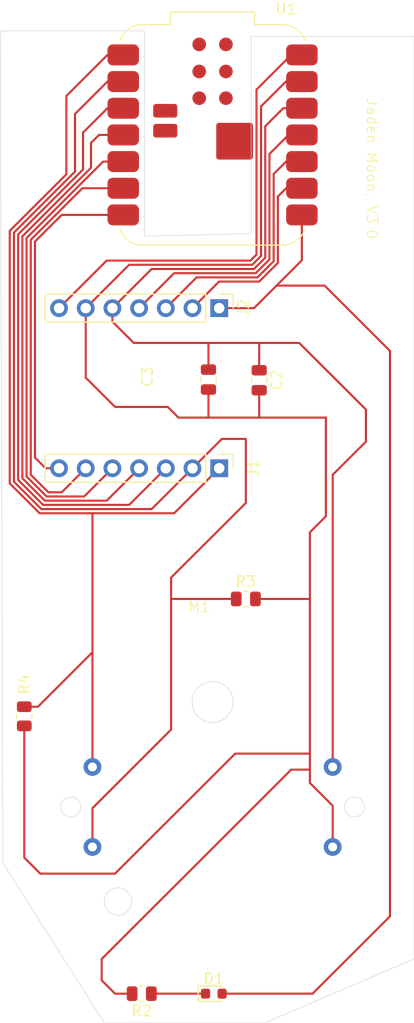
<source format=kicad_pcb>
(kicad_pcb (version 20240108) (generator "pcbnew") (generator_version "8.0")
  (title_block (title "pLUFs PCB") (date "2/28/25") (rev "3"))
  (layers (0 "F.Cu" signal) (31 "B.Cu" signal) (34 "B.Paste" user) (35 "F.Paste" user) (36 "B.SilkS" user "B.Silkscreen") (37 "F.SilkS" user "F.Silkscreen") (38 "B.Mask" user) (39 "F.Mask" user) (44 "Edge.Cuts" user))
  (net 0 "")
  (net 1 "Net-(D1-K)")
  (net 2 "Net-(D1-A)")
  (net 3 "Net-(J1-Pin_2)")
  (net 4 "Net-(J1-Pin_1)")
  (net 5 "Net-(J1-Pin_6)")
  (net 6 "Net-(J1-Pin_7)")
  (net 7 "Net-(J1-Pin_5)")
  (net 8 "Net-(J2-Pin_5)")
  (net 9 "Net-(J2-Pin_4)")
  (net 10 "Net-(J2-Pin_3)")
  (net 11 "Net-(J2-Pin_6)")
  (net 12 "Net-(J2-Pin_2)")
  (net 13 "Net-(J2-Pin_7)")
  (net 14 "Net-(J1-Pin_4)")
  (net 15 "Net-(U1-CHIP_EN)")
  (net 16 "Net-(J1-Pin_3)")
  (net 24 "Net-(J2-Pin_1)")
  (footprint "Resistor_SMD:R_0805_2012Metric" (layer "F.Cu") (at 110.49 97.282)
    (property "Reference" "R3" (at 0 -1.65 0) (layer "F.SilkS"))
    (property "Value" "10kΩ")
    (fp_line (start -0.227064 -0.735) (end 0.227064 -0.735) (stroke (width 0.12)) (layer "F.SilkS"))
    (fp_line (start -0.227064 0.735) (end 0.227064 0.735) (stroke (width 0.12)) (layer "F.SilkS"))
    (pad "1" smd roundrect (at -0.9125 0) (size 1.025 1.4) (layers "F.Cu" "F.Paste" "F.Mask") (roundrect_rratio 0.243902) (net 3 "Net-(J1-Pin_2)"))
    (pad "2" smd roundrect (at 0.9125 0) (size 1.025 1.4) (layers "F.Cu" "F.Paste" "F.Mask") (roundrect_rratio 0.243902) (net 11 "Net-(J2-Pin_6)"))
  )
  (footprint "Capacitor_SMD:C_0805_2012Metric" (layer "F.Cu") (at 111.76 76.454 -90)
    (property "Reference" "C2" (at 0 -1.68 90) (layer "F.SilkS"))
    (property "Value" "0.1μF")
    (fp_line (start -0.261252 0.735) (end 0.261252 0.735) (stroke (width 0.12)) (layer "F.SilkS"))
    (fp_line (start -0.261252 -0.735) (end 0.261252 -0.735) (stroke (width 0.12)) (layer "F.SilkS"))
    (pad "1" smd roundrect (at -0.95 0 270) (size 1 1.45) (layers "F.Cu" "F.Paste" "F.Mask") (net 8 "Net-(J2-Pin_5)"))
    (pad "2" smd roundrect (at 0.95 0 270) (size 1 1.45) (layers "F.Cu" "F.Paste" "F.Mask") (net 11 "Net-(J2-Pin_6)"))
  )
  (footprint "Resistor_SMD:R_0805_2012Metric" (layer "F.Cu") (at 89.408 108.458 90)
    (property "Reference" "R4" (at 3.048 0 90) (layer "F.SilkS"))
    (property "Value" "10kΩ")
    (fp_line (start -0.227064 -0.735) (end 0.227064 -0.735) (stroke (width 0.12)) (layer "F.SilkS"))
    (fp_line (start -0.227064 0.735) (end 0.227064 0.735) (stroke (width 0.12)) (layer "F.SilkS"))
    (pad "1" smd roundrect (at -0.9125 0 90) (size 1.025 1.4) (layers "F.Cu" "F.Paste" "F.Mask") (roundrect_rratio 0.243902) (net 11 "Net-(J2-Pin_6)"))
    (pad "2" smd roundrect (at 0.9125 0 90) (size 1.025 1.4) (layers "F.Cu" "F.Paste" "F.Mask") (roundrect_rratio 0.243902) (net 4 "Net-(J1-Pin_1)"))
  )
  (footprint "Stepper Footprint:x27_stepper" (layer "F.Cu") (at 109.864 127.254)
    (property "Reference" "M1" (at -3.81 -29.21 0) (layer "F.SilkS") (effects (font (thickness 0.1))))
    (property "Value" "Stepper_Motor_bipolar" (hide yes))
    (fp_circle (center -16.04 -10.16) (end -15.09 -10.16) (stroke (width 0.05)) (fill none) (layer "Edge.Cuts"))
    (fp_circle (center -11.54 -1.16) (end -10.24 -1.16) (stroke (width 0.05)) (fill none) (layer "Edge.Cuts"))
    (fp_circle (center -2.54 -20.16) (end -0.59 -20.16) (stroke (width 0.05)) (fill none) (layer "Edge.Cuts"))
    (fp_circle (center 10.96 -10.16) (end 11.91 -10.16) (stroke (width 0.05)) (fill none) (layer "Edge.Cuts"))
    (pad "1" thru_hole circle (at 8.89 -13.97) (size 1.7 1.7) (drill 0.85) (layers "*.Cu" "*.Mask") (net 8 "Net-(J2-Pin_5)"))
    (pad "2" thru_hole circle (at 8.89 -6.35) (size 1.7 1.7) (drill 0.85) (layers "*.Cu" "*.Mask") (net 11 "Net-(J2-Pin_6)"))
    (pad "3" thru_hole circle (at -13.97 -6.35) (size 1.7 1.7) (drill 0.85) (layers "*.Cu" "*.Mask") (net 3 "Net-(J1-Pin_2)"))
    (pad "4" thru_hole circle (at -13.97 -13.97) (size 1.7 1.7) (drill 0.85) (layers "*.Cu" "*.Mask") (net 4 "Net-(J1-Pin_1)"))
  )
  (footprint "Connector_PinHeader_2.54mm:PinHeader_1x07_P2.54mm_Vertical" (layer "F.Cu") (at 107.955 69.586 -90)
    (property "Reference" "J2" (at 0 -2.33 90) (layer "F.SilkS"))
    (property "Value" "Circular Display Pins (top)" (hide yes))
    (fp_line (start -1.33 16.57) (end 1.33 16.57) (stroke (width 0.12)) (layer "F.SilkS"))
    (fp_line (start -1.33 1.27) (end -1.33 16.57) (stroke (width 0.12)) (layer "F.SilkS"))
    (fp_line (start -1.33 1.27) (end 1.33 1.27) (stroke (width 0.12)) (layer "F.SilkS"))
    (fp_line (start 1.33 1.27) (end 1.33 16.57) (stroke (width 0.12)) (layer "F.SilkS"))
    (fp_line (start -1.33 0) (end -1.33 -1.33) (stroke (width 0.12)) (layer "F.SilkS"))
    (fp_line (start -1.33 -1.33) (end 0 -1.33) (stroke (width 0.12)) (layer "F.SilkS"))
    (pad "1" thru_hole rect (at 0 0 270) (size 1.7 1.7) (drill 1) (layers "*.Cu" "*.Mask") (net 2 "Net-(D1-A)"))
    (pad "2" thru_hole oval (at 0 2.54 270) (size 1.7 1.7) (drill 1) (layers "*.Cu" "*.Mask") (net 12 "Net-(J2-Pin_2)"))
    (pad "3" thru_hole oval (at 0 5.08 270) (size 1.7 1.7) (drill 1) (layers "*.Cu" "*.Mask") (net 10 "Net-(J2-Pin_3)"))
    (pad "4" thru_hole oval (at 0 7.62 270) (size 1.7 1.7) (drill 1) (layers "*.Cu" "*.Mask") (net 9 "Net-(J2-Pin_4)"))
    (pad "5" thru_hole oval (at 0 10.16 270) (size 1.7 1.7) (drill 1) (layers "*.Cu" "*.Mask") (net 8 "Net-(J2-Pin_5)"))
    (pad "6" thru_hole oval (at 0 12.7 270) (size 1.7 1.7) (drill 1) (layers "*.Cu" "*.Mask") (net 11 "Net-(J2-Pin_6)"))
    (pad "7" thru_hole oval (at 0 15.24 270) (size 1.7 1.7) (drill 1) (layers "*.Cu" "*.Mask") (net 13 "Net-(J2-Pin_7)"))
  )
  (footprint "LED_SMD:LED_0603_1608Metric" (layer "F.Cu") (at 107.442 134.874)
    (property "Reference" "D1" (at 0 -1.43 0) (layer "F.SilkS"))
    (property "Value" "LED")
    (fp_line (start -1.485 -0.735) (end -1.485 0.735) (stroke (width 0.12)) (layer "F.SilkS"))
    (fp_line (start -1.485 0.735) (end 0.8 0.735) (stroke (width 0.12)) (layer "F.SilkS"))
    (fp_line (start 0.8 -0.735) (end -1.485 -0.735) (stroke (width 0.12)) (layer "F.SilkS"))
    (pad "1" smd roundrect (at -0.7875 0) (size 0.875 0.95) (layers "F.Cu" "F.Paste" "F.Mask") (net 1 "Net-(D1-K)"))
    (pad "2" smd roundrect (at 0.7875 0) (size 0.875 0.95) (layers "F.Cu" "F.Paste" "F.Mask") (net 2 "Net-(D1-A)"))
  )
  (footprint "Capacitor_SMD:C_0805_2012Metric" (layer "F.Cu") (at 106.934 76.388 -90)
    (property "Reference" "C3" (at -0.261252 5.815 90) (layer "F.SilkS"))
    (property "Value" "10μF")
    (fp_line (start -0.261252 0.735) (end 0.261252 0.735) (stroke (width 0.12)) (layer "F.SilkS"))
    (fp_line (start -0.261252 -0.735) (end 0.261252 -0.735) (stroke (width 0.12)) (layer "F.SilkS"))
    (pad "1" smd roundrect (at -0.95 0 270) (size 1 1.45) (layers "F.Cu" "F.Paste" "F.Mask") (net 8 "Net-(J2-Pin_5)"))
    (pad "2" smd roundrect (at 0.95 0 270) (size 1 1.45) (layers "F.Cu" "F.Paste" "F.Mask") (net 11 "Net-(J2-Pin_6)"))
  )
  (footprint "RF_Module:MCU_Seeed_ESP32C3" (layer "F.Cu") (at 107.324 53.086)
    (property "Reference" "U1" (at 7 -12 0) (layer "F.SilkS"))
    (property "Value" "XIAO-ESP32-C3-SMD")
    (fp_line (start -6.7 10.5) (end 6.7 10.5) (stroke (width 0.12)) (layer "F.SilkS"))
    (fp_line (start -4 -11.7) (end 4 -11.7) (stroke (width 0.12)) (layer "F.SilkS"))
    (fp_line (start -4 -10.5) (end -6.6 -10.5) (stroke (width 0.12)) (layer "F.SilkS"))
    (fp_line (start -4 -10.5) (end -4 -11.7) (stroke (width 0.12)) (layer "F.SilkS"))
    (fp_line (start 4 -11.7) (end 4 -10.5) (stroke (width 0.12)) (layer "F.SilkS"))
    (fp_line (start 6.6 -10.5) (end 4 -10.5) (stroke (width 0.12)) (layer "F.SilkS"))
    (fp_arc (start -8.812892 -9.00468) (mid -7.949609 -10.111769) (end -6.600468 -10.499999) (stroke (width 0.12)) (layer "F.SilkS"))
    (fp_arc (start -6.7 10.5) (mid -7.977232 10.068125) (end -8.8 9) (stroke (width 0.12)) (layer "F.SilkS"))
    (fp_arc (start 6.6 -10.499999) (mid 7.944325 -10.107115) (end 8.804034 -9.001464) (stroke (width 0.12)) (layer "F.SilkS"))
    (fp_arc (start 8.8 9) (mid 7.977233 10.068126) (end 6.7 10.5) (stroke (width 0.12)) (layer "F.SilkS"))
    (pad "1" smd roundrect (at -8.5 -7.62) (size 3 2) (layers "F.Cu" "F.Paste" "F.Mask") (net 4 "Net-(J1-Pin_1)"))
    (pad "2" smd roundrect (at -8.5 -5.08) (size 3 2) (layers "F.Cu" "F.Paste" "F.Mask") (net 3 "Net-(J1-Pin_2)"))
    (pad "3" smd roundrect (at -8.5 -2.54) (size 3 2) (layers "F.Cu" "F.Paste" "F.Mask") (net 2 "Net-(D1-A)"))
    (pad "4" smd roundrect (at -8.5 0) (size 3 2) (layers "F.Cu" "F.Paste" "F.Mask") (net 14 "Net-(J1-Pin_4)"))
    (pad "5" smd roundrect (at -8.5 2.54) (size 3 2) (layers "F.Cu" "F.Paste" "F.Mask") (net 7 "Net-(J1-Pin_5)"))
    (pad "6" smd roundrect (at -8.5 5.08) (size 3 2) (layers "F.Cu" "F.Paste" "F.Mask") (net 5 "Net-(J1-Pin_6)"))
    (pad "7" smd roundrect (at -8.5 7.62) (size 3 2) (layers "F.Cu" "F.Paste" "F.Mask") (net 6 "Net-(J1-Pin_7)"))
    (pad "8" smd roundrect (at 8.5 7.62) (size 3 2) (layers "F.Cu" "F.Paste" "F.Mask") (net 24 "Net-(J2-Pin_1)"))
    (pad "9" smd roundrect (at 8.5 5.08) (size 3 2) (layers "F.Cu" "F.Paste" "F.Mask") (net 12 "Net-(J2-Pin_2)"))
    (pad "10" smd roundrect (at 8.5 2.54) (size 3 2) (layers "F.Cu" "F.Paste" "F.Mask") (net 10 "Net-(J2-Pin_3)"))
    (pad "11" smd roundrect (at 8.5 0) (size 3 2) (layers "F.Cu" "F.Paste" "F.Mask") (net 9 "Net-(J2-Pin_4)"))
    (pad "12" smd roundrect (at 8.5 -2.54) (size 3 2) (layers "F.Cu" "F.Paste" "F.Mask") (net 8 "Net-(J2-Pin_5)"))
    (pad "13" smd roundrect (at 8.5 -5.08) (size 3 2) (layers "F.Cu" "F.Paste" "F.Mask") (net 11 "Net-(J2-Pin_6)"))
    (pad "14" smd roundrect (at 8.5 -7.62) (size 3 2) (layers "F.Cu" "F.Paste" "F.Mask") (net 13 "Net-(J2-Pin_7)"))
    (pad "15" smd roundrect (at 2.1 0.6) (size 3.5 3.5) (property pad_prop_heatsink) (layers "F.Cu" "F.Mask") (roundrect_rratio 0.07142857143))
    (pad "16" smd roundrect (at -4.5 -0.4) (size 2.3 1.3) (layers "F.Cu" "F.Paste" "F.Mask") (roundrect_rratio 0.1923076923))
    (pad "17" smd roundrect (at -4.5 -2.3) (size 2.3 1.3) (layers "F.Cu" "F.Paste" "F.Mask") (roundrect_rratio 0.1923076923))
    (pad "18" smd circle (at -1.27 -8.62) (size 1.3 1.3) (layers "F.Cu" "F.Paste" "F.Mask"))
    (pad "19" smd circle (at -1.27 -6.04) (size 1.3 1.3) (layers "F.Cu" "F.Paste" "F.Mask") (net 15 "Net-(U1-CHIP_EN)"))
    (pad "20" smd circle (at -1.27 -3.5) (size 1.3 1.3) (layers "F.Cu" "F.Paste" "F.Mask"))
    (pad "21" smd circle (at 1.27 -3.5) (size 1.3 1.3) (layers "F.Cu" "F.Paste" "F.Mask"))
    (pad "22" smd circle (at 1.27 -6.04) (size 1.3 1.3) (layers "F.Cu" "F.Paste" "F.Mask"))
    (pad "23" smd circle (at 1.27 -8.62) (size 1.3 1.3) (layers "F.Cu" "F.Paste" "F.Mask"))
  )
  (footprint "Connector_PinHeader_2.54mm:PinHeader_1x07_P2.54mm_Vertical" (layer "F.Cu") (at 107.955 84.836 -90)
    (property "Reference" "J1" (at 0 -3.275 90) (layer "F.SilkS"))
    (property "Value" "Circular Display Pins (bottom)" (hide yes))
    (fp_line (start -1.33 16.57) (end 1.33 16.57) (stroke (width 0.12)) (layer "F.SilkS"))
    (fp_line (start -1.33 1.27) (end -1.33 16.57) (stroke (width 0.12)) (layer "F.SilkS"))
    (fp_line (start -1.33 1.27) (end 1.33 1.27) (stroke (width 0.12)) (layer "F.SilkS"))
    (fp_line (start 1.33 1.27) (end 1.33 16.57) (stroke (width 0.12)) (layer "F.SilkS"))
    (fp_line (start -1.33 0) (end -1.33 -1.33) (stroke (width 0.12)) (layer "F.SilkS"))
    (fp_line (start -1.33 -1.33) (end 0 -1.33) (stroke (width 0.12)) (layer "F.SilkS"))
    (pad "1" thru_hole rect (at 0 0 270) (size 1.7 1.7) (drill 1) (layers "*.Cu" "*.Mask") (net 4 "Net-(J1-Pin_1)"))
    (pad "2" thru_hole oval (at 0 2.54 270) (size 1.7 1.7) (drill 1) (layers "*.Cu" "*.Mask") (net 3 "Net-(J1-Pin_2)"))
    (pad "3" thru_hole oval (at 0 5.08 270) (size 1.7 1.7) (drill 1) (layers "*.Cu" "*.Mask") (net 16 "Net-(J1-Pin_3)"))
    (pad "4" thru_hole oval (at 0 7.62 270) (size 1.7 1.7) (drill 1) (layers "*.Cu" "*.Mask") (net 14 "Net-(J1-Pin_4)"))
    (pad "5" thru_hole oval (at 0 10.16 270) (size 1.7 1.7) (drill 1) (layers "*.Cu" "*.Mask") (net 7 "Net-(J1-Pin_5)"))
    (pad "6" thru_hole oval (at 0 12.7 270) (size 1.7 1.7) (drill 1) (layers "*.Cu" "*.Mask") (net 5 "Net-(J1-Pin_6)"))
    (pad "7" thru_hole oval (at 0 15.24 270) (size 1.7 1.7) (drill 1) (layers "*.Cu" "*.Mask") (net 6 "Net-(J1-Pin_7)"))
  )
  (footprint "Resistor_SMD:R_0805_2012Metric" (layer "F.Cu") (at 100.584 134.874 180)
    (property "Reference" "R2" (at 0 -1.65 0) (layer "F.SilkS"))
    (property "Value" "R85")
    (fp_line (start -0.227064 0.735) (end 0.227064 0.735) (stroke (width 0.12)) (layer "F.SilkS"))
    (fp_line (start -0.227064 -0.735) (end 0.227064 -0.735) (stroke (width 0.12)) (layer "F.SilkS"))
    (pad "1" smd roundrect (at -0.9125 0 180) (size 1.025 1.4) (layers "F.Cu" "F.Paste" "F.Mask") (roundrect_rratio 0.243902) (net 1 "Net-(D1-K)"))
    (pad "2" smd roundrect (at 0.9125 0 180) (size 1.025 1.4) (layers "F.Cu" "F.Paste" "F.Mask") (roundrect_rratio 0.243902) (net 11 "Net-(J2-Pin_6)"))
  )
  (gr_poly (pts (xy 100.838 62.738) (xy 100.838 43.18) (xy 87.122 43.18) (xy 87.376 122.428) (xy 97.028 137.668) (xy 112.268 137.668) (xy 126.492 131.572) (xy 126.492 43.688) (xy 110.998 43.688) (xy 110.998 62.484)) (stroke (width 0.05)) (fill none) (layer "Edge.Cuts"))
  (gr_text "Jaden Moon; V3.0" (at 121.92 49.53 -90) (layer "F.SilkS") (effects (font (size 1 1) (thickness 0.1)) (justify left bottom)))
  (segment (start 106.6545 134.874) (end 101.4965 134.874) (width 0.2) (layer "F.Cu") (net 1))
  (segment (start 117.983 67.437) (end 113.411 67.437) (width 0.2) (layer "F.Cu") (net 2))
  (segment (start 124.206 73.66) (end 117.983 67.437) (width 0.2) (layer "F.Cu") (net 2))
  (segment (start 115.824 60.706) (end 115.824 65.024) (width 0.2) (layer "F.Cu") (net 2))
  (segment (start 108.2295 134.874) (end 116.84 134.874) (width 0.2) (layer "F.Cu") (net 2))
  (segment (start 116.84 134.874) (end 124.206 127.508) (width 0.2) (layer "F.Cu") (net 2))
  (segment (start 113.411 67.437) (end 111.262 69.586) (width 0.2) (layer "F.Cu") (net 2))
  (segment (start 115.824 65.024) (end 113.411 67.437) (width 0.2) (layer "F.Cu") (net 2))
  (segment (start 111.262 69.586) (end 107.955 69.586) (width 0.2) (layer "F.Cu") (net 2))
  (segment (start 124.206 127.508) (end 124.206 73.66) (width 0.2) (layer "F.Cu") (net 2))
  (segment (start 88.424 62.394314) (end 88.424 86.114744) (width 0.2) (layer "F.Cu") (net 3))
  (segment (start 110.49 88.138) (end 110.49 82.042) (width 0.2) (layer "F.Cu") (net 3))
  (segment (start 103.378 97.282) (end 103.378 95.25) (width 0.2) (layer "F.Cu") (net 3))
  (segment (start 109.5775 97.282) (end 103.378 97.282) (width 0.2) (layer "F.Cu") (net 3))
  (segment (start 103.378 109.728) (end 103.378 97.282) (width 0.2) (layer "F.Cu") (net 3))
  (segment (start 94.234 56.584314) (end 88.424 62.394314) (width 0.2) (layer "F.Cu") (net 3))
  (segment (start 97.324 48.006) (end 94.234 51.096) (width 0.2) (layer "F.Cu") (net 3))
  (segment (start 103.378 95.25) (end 110.49 88.138) (width 0.2) (layer "F.Cu") (net 3))
  (segment (start 110.49 82.042) (end 108.209 82.042) (width 0.2) (layer "F.Cu") (net 3))
  (segment (start 95.894 120.904) (end 95.894 117.212) (width 0.2) (layer "F.Cu") (net 3))
  (segment (start 91.031256 88.722) (end 101.529 88.722) (width 0.2) (layer "F.Cu") (net 3))
  (segment (start 108.209 82.042) (end 105.415 84.836) (width 0.2) (layer "F.Cu") (net 3))
  (segment (start 101.529 88.722) (end 105.415 84.836) (width 0.2) (layer "F.Cu") (net 3))
  (segment (start 94.234 51.096) (end 94.234 56.584314) (width 0.2) (layer "F.Cu") (net 3))
  (segment (start 98.824 48.006) (end 97.324 48.006) (width 0.2) (layer "F.Cu") (net 3))
  (segment (start 88.424 86.114744) (end 91.031256 88.722) (width 0.2) (layer "F.Cu") (net 3))
  (segment (start 95.894 117.212) (end 103.378 109.728) (width 0.2) (layer "F.Cu") (net 3))
  (segment (start 90.86557 89.122) (end 96.012 89.122) (width 0.2) (layer "F.Cu") (net 4))
  (segment (start 90.7105 107.5455) (end 89.408 107.5455) (width 0.2) (layer "F.Cu") (net 4))
  (segment (start 88.024 62.228628) (end 88.024 86.28043) (width 0.2) (layer "F.Cu") (net 4))
  (segment (start 103.669 89.122) (end 107.955 84.836) (width 0.2) (layer "F.Cu") (net 4))
  (segment (start 95.894 102.362) (end 95.894 89.24) (width 0.2) (layer "F.Cu") (net 4))
  (segment (start 98.824 45.466) (end 97.324 45.466) (width 0.2) (layer "F.Cu") (net 4))
  (segment (start 88.024 86.28043) (end 90.86557 89.122) (width 0.2) (layer "F.Cu") (net 4))
  (segment (start 95.894 89.24) (end 96.012 89.122) (width 0.2) (layer "F.Cu") (net 4))
  (segment (start 96.012 89.122) (end 103.669 89.122) (width 0.2) (layer "F.Cu") (net 4))
  (segment (start 95.894 113.284) (end 95.894 102.362) (width 0.2) (layer "F.Cu") (net 4))
  (segment (start 97.324 45.466) (end 93.414314 49.375686) (width 0.2) (layer "F.Cu") (net 4))
  (segment (start 95.894 102.362) (end 90.7105 107.5455) (width 0.2) (layer "F.Cu") (net 4))
  (segment (start 93.414314 49.375686) (end 93.414314 56.838314) (width 0.2) (layer "F.Cu") (net 4))
  (segment (start 93.414314 56.838314) (end 88.024 62.228628) (width 0.2) (layer "F.Cu") (net 4))
  (segment (start 92.969 87.122) (end 95.255 84.836) (width 0.2) (layer "F.Cu") (net 5))
  (segment (start 91.694 87.122) (end 92.969 87.122) (width 0.2) (layer "F.Cu") (net 5))
  (segment (start 94.938314 58.166) (end 90.024 63.080314) (width 0.2) (layer "F.Cu") (net 5))
  (segment (start 90.024 85.452) (end 91.694 87.122) (width 0.2) (layer "F.Cu") (net 5))
  (segment (start 98.824 58.166) (end 94.938314 58.166) (width 0.2) (layer "F.Cu") (net 5))
  (segment (start 90.024 63.080314) (end 90.024 85.452) (width 0.2) (layer "F.Cu") (net 5))
  (segment (start 92.964 60.706) (end 90.424 63.246) (width 0.2) (layer "F.Cu") (net 6))
  (segment (start 90.424 83.82) (end 91.44 84.836) (width 0.2) (layer "F.Cu") (net 6))
  (segment (start 90.424 63.246) (end 90.424 83.82) (width 0.2) (layer "F.Cu") (net 6))
  (segment (start 91.44 84.836) (end 92.715 84.836) (width 0.2) (layer "F.Cu") (net 6))
  (segment (start 98.824 60.706) (end 92.964 60.706) (width 0.2) (layer "F.Cu") (net 6))
  (segment (start 91.528314 87.522) (end 95.109 87.522) (width 0.2) (layer "F.Cu") (net 7))
  (segment (start 96.912628 55.626) (end 89.624 62.914628) (width 0.2) (layer "F.Cu") (net 7))
  (segment (start 89.624 62.914628) (end 89.624 85.617686) (width 0.2) (layer "F.Cu") (net 7))
  (segment (start 98.824 55.626) (end 96.912628 55.626) (width 0.2) (layer "F.Cu") (net 7))
  (segment (start 89.624 85.617686) (end 91.528314 87.522) (width 0.2) (layer "F.Cu") (net 7))
  (segment (start 95.109 87.522) (end 97.795 84.836) (width 0.2) (layer "F.Cu") (net 7))
  (segment (start 97.795 70.871) (end 99.822 72.898) (width 0.2) (layer "F.Cu") (net 8))
  (segment (start 114.046 50.546) (end 112.338 52.254) (width 0.2) (layer "F.Cu") (net 8))
  (segment (start 106.934 75.438) (end 106.934 72.898) (width 0.2) (layer "F.Cu") (net 8))
  (segment (start 111.76 75.504) (end 111.76 72.898) (width 0.2) (layer "F.Cu") (net 8))
  (segment (start 111.76 72.898) (end 115.57 72.898) (width 0.2) (layer "F.Cu") (net 8))
  (segment (start 111.262942 65.856) (end 101.525 65.856) (width 0.2) (layer "F.Cu") (net 8))
  (segment (start 97.795 69.586) (end 97.795 70.871) (width 0.2) (layer "F.Cu") (net 8))
  (segment (start 115.824 50.546) (end 114.046 50.546) (width 0.2) (layer "F.Cu") (net 8))
  (segment (start 101.525 65.856) (end 97.795 69.586) (width 0.2) (layer "F.Cu") (net 8))
  (segment (start 112.338 64.780942) (end 111.262942 65.856) (width 0.2) (layer "F.Cu") (net 8))
  (segment (start 115.57 72.898) (end 121.92 79.248) (width 0.2) (layer "F.Cu") (net 8))
  (segment (start 118.754 85.462) (end 121.92 82.296) (width 0.2) (layer "F.Cu") (net 8))
  (segment (start 99.822 72.898) (end 106.934 72.898) (width 0.2) (layer "F.Cu") (net 8))
  (segment (start 118.754 113.284) (end 118.754 85.462) (width 0.2) (layer "F.Cu") (net 8))
  (segment (start 106.934 72.898) (end 111.76 72.898) (width 0.2) (layer "F.Cu") (net 8))
  (segment (start 112.338 52.254) (end 112.338 64.780942) (width 0.2) (layer "F.Cu") (net 8))
  (segment (start 121.92 82.296) (end 121.92 79.248) (width 0.2) (layer "F.Cu") (net 8))
  (segment (start 112.738 64.946628) (end 111.428628 66.256) (width 0.2) (layer "F.Cu") (net 9))
  (segment (start 103.665 66.256) (end 100.335 69.586) (width 0.2) (layer "F.Cu") (net 9))
  (segment (start 112.738 54.902) (end 112.738 64.946628) (width 0.2) (layer "F.Cu") (net 9))
  (segment (start 111.428628 66.256) (end 103.665 66.256) (width 0.2) (layer "F.Cu") (net 9))
  (segment (start 115.824 53.086) (end 114.554 53.086) (width 0.2) (layer "F.Cu") (net 9))
  (segment (start 114.554 53.086) (end 112.738 54.902) (width 0.2) (layer "F.Cu") (net 9))
  (segment (start 105.805 66.656) (end 102.875 69.586) (width 0.2) (layer "F.Cu") (net 10))
  (segment (start 114.324 55.626) (end 113.138 56.812) (width 0.2) (layer "F.Cu") (net 10))
  (segment (start 115.824 55.626) (end 114.324 55.626) (width 0.2) (layer "F.Cu") (net 10))
  (segment (start 113.138 56.812) (end 113.138 65.112314) (width 0.2) (layer "F.Cu") (net 10))
  (segment (start 113.138 65.112314) (end 111.594314 66.656) (width 0.2) (layer "F.Cu") (net 10))
  (segment (start 111.594314 66.656) (end 105.805 66.656) (width 0.2) (layer "F.Cu") (net 10))
  (segment (start 115.824 48.006) (end 114.3 48.006) (width 0.2) (layer "F.Cu") (net 11))
  (segment (start 89.408 109.3705) (end 89.408 121.92) (width 0.2) (layer "F.Cu") (net 11))
  (segment (start 116.586 114.808) (end 116.586 113.538) (width 0.2) (layer "F.Cu") (net 11))
  (segment (start 98.044 134.874) (end 96.774 133.604) (width 0.2) (layer "F.Cu") (net 11))
  (segment (start 111.76 80.01) (end 106.934 80.01) (width 0.2) (layer "F.Cu") (net 11))
  (segment (start 98.044 78.994) (end 95.255 76.205) (width 0.2) (layer "F.Cu") (net 11))
  (segment (start 118.11 80.01) (end 111.76 80.01) (width 0.2) (layer "F.Cu") (net 11))
  (segment (start 96.774 133.604) (end 96.774 131.572) (width 0.2) (layer "F.Cu") (net 11))
  (segment (start 118.754 120.904) (end 118.754 116.976) (width 0.2) (layer "F.Cu") (net 11))
  (segment (start 118.11 89.408) (end 118.11 80.01) (width 0.2) (layer "F.Cu") (net 11))
  (segment (start 116.586 112.014) (end 116.586 97.282) (width 0.2) (layer "F.Cu") (net 11))
  (segment (start 109.474 112.014) (end 116.586 112.014) (width 0.2) (layer "F.Cu") (net 11))
  (segment (start 114.808 113.538) (end 116.586 113.538) (width 0.2) (layer "F.Cu") (net 11))
  (segment (start 96.774 131.572) (end 114.808 113.538) (width 0.2) (layer "F.Cu") (net 11))
  (segment (start 89.408 121.92) (end 90.932 123.444) (width 0.2) (layer "F.Cu") (net 11))
  (segment (start 116.586 113.538) (end 116.586 112.014) (width 0.2) (layer "F.Cu") (net 11))
  (segment (start 99.385 65.456) (end 95.255 69.586) (width 0.2) (layer "F.Cu") (net 11))
  (segment (start 111.938 50.368) (end 111.938 64.615256) (width 0.2) (layer "F.Cu") (net 11))
  (segment (start 99.6715 134.874) (end 98.044 134.874) (width 0.2) (layer "F.Cu") (net 11))
  (segment (start 111.76 77.404) (end 111.76 80.01) (width 0.2) (layer "F.Cu") (net 11))
  (segment (start 98.044 123.444) (end 109.474 112.014) (width 0.2) (layer "F.Cu") (net 11))
  (segment (start 111.097256 65.456) (end 99.385 65.456) (width 0.2) (layer "F.Cu") (net 11))
  (segment (start 116.586 90.932) (end 118.11 89.408) (width 0.2) (layer "F.Cu") (net 11))
  (segment (start 104.082315 80.01) (end 103.066315 78.994) (width 0.2) (layer "F.Cu") (net 11))
  (segment (start 103.066315 78.994) (end 98.044 78.994) (width 0.2) (layer "F.Cu") (net 11))
  (segment (start 116.586 97.282) (end 116.586 90.932) (width 0.2) (layer "F.Cu") (net 11))
  (segment (start 114.3 48.006) (end 111.938 50.368) (width 0.2) (layer "F.Cu") (net 11))
  (segment (start 90.932 123.444) (end 98.044 123.444) (width 0.2) (layer "F.Cu") (net 11))
  (segment (start 111.4025 97.282) (end 116.586 97.282) (width 0.2) (layer "F.Cu") (net 11))
  (segment (start 106.934 80.01) (end 104.082315 80.01) (width 0.2) (layer "F.Cu") (net 11))
  (segment (start 111.938 64.615256) (end 111.097256 65.456) (width 0.2) (layer "F.Cu") (net 11))
  (segment (start 118.754 116.976) (end 116.586 114.808) (width 0.2) (layer "F.Cu") (net 11))
  (segment (start 95.255 76.205) (end 95.255 69.586) (width 0.2) (layer "F.Cu") (net 11))
  (segment (start 106.934 77.338) (end 106.934 80.01) (width 0.2) (layer "F.Cu") (net 11))
  (segment (start 107.945 67.056) (end 105.415 69.586) (width 0.2) (layer "F.Cu") (net 12))
  (segment (start 114.324 58.166) (end 113.538 58.952) (width 0.2) (layer "F.Cu") (net 12))
  (segment (start 111.76 67.056) (end 107.945 67.056) (width 0.2) (layer "F.Cu") (net 12))
  (segment (start 113.538 65.278) (end 111.76 67.056) (width 0.2) (layer "F.Cu") (net 12))
  (segment (start 115.824 58.166) (end 114.324 58.166) (width 0.2) (layer "F.Cu") (net 12))
  (segment (start 113.538 58.952) (end 113.538 65.278) (width 0.2) (layer "F.Cu") (net 12))
  (segment (start 110.93157 65.056) (end 97.245 65.056) (width 0.2) (layer "F.Cu") (net 13))
  (segment (start 111.506 48.768) (end 111.506 64.48157) (width 0.2) (layer "F.Cu") (net 13))
  (segment (start 114.808 45.466) (end 111.506 48.768) (width 0.2) (layer "F.Cu") (net 13))
  (segment (start 111.506 64.48157) (end 110.93157 65.056) (width 0.2) (layer "F.Cu") (net 13))
  (segment (start 115.824 45.466) (end 114.808 45.466) (width 0.2) (layer "F.Cu") (net 13))
  (segment (start 97.245 65.056) (end 92.715 69.586) (width 0.2) (layer "F.Cu") (net 13))
  (segment (start 95.758 56.214942) (end 89.224 62.748942) (width 0.2) (layer "F.Cu") (net 14))
  (segment (start 95.758 53.848) (end 95.758 56.214942) (width 0.2) (layer "F.Cu") (net 14))
  (segment (start 89.224 62.748942) (end 89.224 85.783372) (width 0.2) (layer "F.Cu") (net 14))
  (segment (start 96.52 53.086) (end 95.758 53.848) (width 0.2) (layer "F.Cu") (net 14))
  (segment (start 98.824 53.086) (end 96.52 53.086) (width 0.2) (layer "F.Cu") (net 14))
  (segment (start 97.249 87.922) (end 100.335 84.836) (width 0.2) (layer "F.Cu") (net 14))
  (segment (start 91.362628 87.922) (end 97.249 87.922) (width 0.2) (layer "F.Cu") (net 14))
  (segment (start 89.224 85.783372) (end 91.362628 87.922) (width 0.2) (layer "F.Cu") (net 14))
  (segment (start 94.996 56.388) (end 88.824 62.56) (width 0.2) (layer "F.Cu") (net 16))
  (segment (start 99.389 88.322) (end 102.875 84.836) (width 0.2) (layer "F.Cu") (net 16))
  (segment (start 97.324 50.546) (end 94.996 52.874) (width 0.2) (layer "F.Cu") (net 16))
  (segment (start 91.196942 88.322) (end 99.389 88.322) (width 0.2) (layer "F.Cu") (net 16))
  (segment (start 88.824 85.949058) (end 91.196942 88.322) (width 0.2) (layer "F.Cu") (net 16))
  (segment (start 88.824 62.56) (end 88.824 85.949058) (width 0.2) (layer "F.Cu") (net 16))
  (segment (start 98.824 50.546) (end 97.324 50.546) (width 0.2) (layer "F.Cu") (net 16))
  (segment (start 94.996 52.874) (end 94.996 56.388) (width 0.2) (layer "F.Cu") (net 16))
)
</source>
